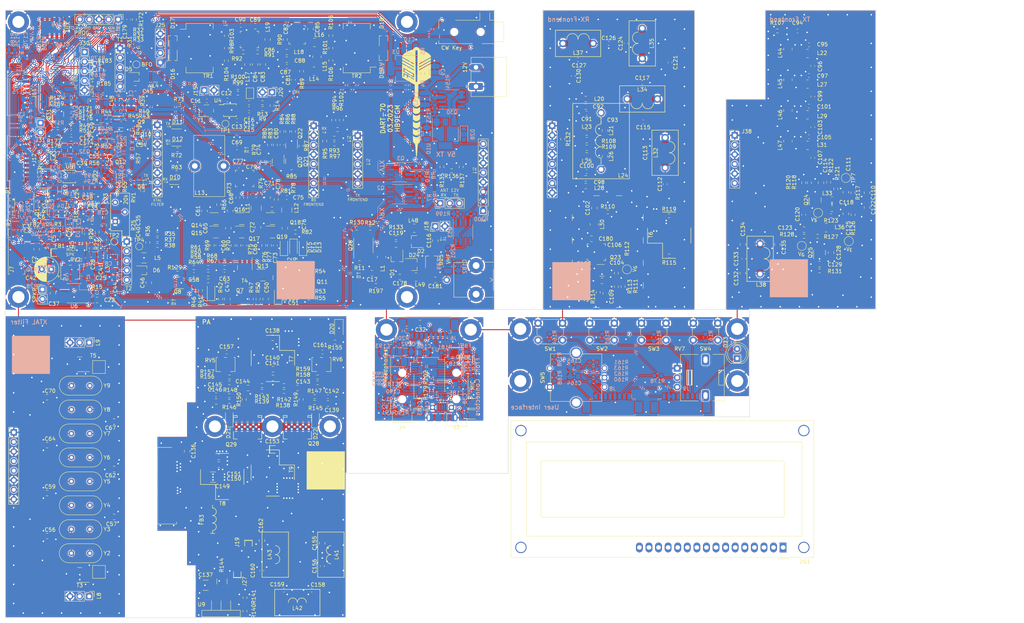
<source format=kicad_pcb>
(kicad_pcb (version 20211014) (generator pcbnew)

  (general
    (thickness 1.6)
  )

  (paper "A4")
  (title_block
    (title "DART-70 TRX")
    (date "2023-03-04")
    (rev "0")
    (company "HB9EGM")
  )

  (layers
    (0 "F.Cu" signal)
    (31 "B.Cu" signal)
    (32 "B.Adhes" user "B.Adhesive")
    (33 "F.Adhes" user "F.Adhesive")
    (34 "B.Paste" user)
    (35 "F.Paste" user)
    (36 "B.SilkS" user "B.Silkscreen")
    (37 "F.SilkS" user "F.Silkscreen")
    (38 "B.Mask" user)
    (39 "F.Mask" user)
    (40 "Dwgs.User" user "User.Drawings")
    (41 "Cmts.User" user "User.Comments")
    (42 "Eco1.User" user "User.Eco1")
    (43 "Eco2.User" user "User.Eco2")
    (44 "Edge.Cuts" user)
    (45 "Margin" user)
    (46 "B.CrtYd" user "B.Courtyard")
    (47 "F.CrtYd" user "F.Courtyard")
    (48 "B.Fab" user)
    (49 "F.Fab" user)
    (50 "User.1" user)
    (51 "User.2" user)
    (52 "User.3" user)
    (53 "User.4" user)
    (54 "User.5" user)
    (55 "User.6" user)
    (56 "User.7" user)
    (57 "User.8" user)
    (58 "User.9" user)
  )

  (setup
    (stackup
      (layer "F.SilkS" (type "Top Silk Screen"))
      (layer "F.Paste" (type "Top Solder Paste"))
      (layer "F.Mask" (type "Top Solder Mask") (thickness 0.01))
      (layer "F.Cu" (type "copper") (thickness 0.035))
      (layer "dielectric 1" (type "core") (thickness 1.51) (material "FR4") (epsilon_r 4.5) (loss_tangent 0.02))
      (layer "B.Cu" (type "copper") (thickness 0.035))
      (layer "B.Mask" (type "Bottom Solder Mask") (thickness 0.01))
      (layer "B.Paste" (type "Bottom Solder Paste"))
      (layer "B.SilkS" (type "Bottom Silk Screen"))
      (copper_finish "None")
      (dielectric_constraints no)
    )
    (pad_to_mask_clearance 0)
    (pcbplotparams
      (layerselection 0x0000130_ffffffff)
      (disableapertmacros false)
      (usegerberextensions false)
      (usegerberattributes true)
      (usegerberadvancedattributes true)
      (creategerberjobfile true)
      (svguseinch false)
      (svgprecision 6)
      (excludeedgelayer true)
      (plotframeref false)
      (viasonmask false)
      (mode 1)
      (useauxorigin false)
      (hpglpennumber 1)
      (hpglpenspeed 20)
      (hpglpendiameter 15.000000)
      (dxfpolygonmode true)
      (dxfimperialunits true)
      (dxfusepcbnewfont true)
      (psnegative false)
      (psa4output false)
      (plotreference true)
      (plotvalue true)
      (plotinvisibletext false)
      (sketchpadsonfab false)
      (subtractmaskfromsilk false)
      (outputformat 5)
      (mirror false)
      (drillshape 0)
      (scaleselection 1)
      (outputdirectory "out")
    )
  )

  (net 0 "")
  (net 1 "+12V")
  (net 2 "GND")
  (net 3 "Net-(C2-Pad1)")
  (net 4 "Net-(C3-Pad1)")
  (net 5 "+9VA")
  (net 6 "/MIC")
  (net 7 "Net-(C6-Pad2)")
  (net 8 "+5VA")
  (net 9 "Net-(C10-Pad1)")
  (net 10 "Net-(C11-Pad1)")
  (net 11 "Net-(C11-Pad2)")
  (net 12 "Net-(C14-Pad1)")
  (net 13 "Net-(C14-Pad2)")
  (net 14 "Net-(C15-Pad1)")
  (net 15 "/BFO")
  (net 16 "Net-(C16-Pad1)")
  (net 17 "Net-(C16-Pad2)")
  (net 18 "Net-(C17-Pad1)")
  (net 19 "/Antenna Switch/TX")
  (net 20 "Net-(C18-Pad1)")
  (net 21 "Net-(C18-Pad2)")
  (net 22 "Net-(C19-Pad1)")
  (net 23 "Net-(C19-Pad2)")
  (net 24 "Net-(C20-Pad1)")
  (net 25 "Net-(C20-Pad2)")
  (net 26 "Net-(C22-Pad1)")
  (net 27 "Net-(C23-Pad1)")
  (net 28 "Net-(C23-Pad2)")
  (net 29 "Net-(C25-Pad1)")
  (net 30 "Net-(C25-Pad2)")
  (net 31 "Net-(C26-Pad1)")
  (net 32 "Net-(C27-Pad1)")
  (net 33 "Net-(C27-Pad2)")
  (net 34 "Net-(C28-Pad1)")
  (net 35 "+VRX")
  (net 36 "Net-(C31-Pad1)")
  (net 37 "Net-(C33-Pad1)")
  (net 38 "/Baseband/VAGC")
  (net 39 "Net-(C37-Pad1)")
  (net 40 "Net-(C39-Pad1)")
  (net 41 "Net-(C39-Pad2)")
  (net 42 "Net-(C40-Pad2)")
  (net 43 "Net-(C41-Pad2)")
  (net 44 "Net-(C42-Pad1)")
  (net 45 "/Baseband/SPKR_OUT")
  (net 46 "Net-(C43-Pad2)")
  (net 47 "Net-(C44-Pad2)")
  (net 48 "Net-(C45-Pad1)")
  (net 49 "Net-(C45-Pad2)")
  (net 50 "Net-(C46-Pad1)")
  (net 51 "Net-(C46-Pad2)")
  (net 52 "Net-(C47-Pad1)")
  (net 53 "Net-(C47-Pad2)")
  (net 54 "Net-(C48-Pad1)")
  (net 55 "Net-(C48-Pad2)")
  (net 56 "Net-(C49-Pad1)")
  (net 57 "Net-(C49-Pad2)")
  (net 58 "Net-(C50-Pad1)")
  (net 59 "Net-(C51-Pad2)")
  (net 60 "Net-(C52-Pad1)")
  (net 61 "Net-(C53-Pad1)")
  (net 62 "Net-(C53-Pad2)")
  (net 63 "Net-(C54-Pad2)")
  (net 64 "Net-(C55-Pad1)")
  (net 65 "Net-(C55-Pad2)")
  (net 66 "Net-(C56-Pad2)")
  (net 67 "Net-(C57-Pad2)")
  (net 68 "Net-(C58-Pad1)")
  (net 69 "Net-(C59-Pad2)")
  (net 70 "Net-(C60-Pad2)")
  (net 71 "Net-(C61-Pad1)")
  (net 72 "Net-(C62-Pad2)")
  (net 73 "Net-(C63-Pad2)")
  (net 74 "Net-(C64-Pad2)")
  (net 75 "Net-(C65-Pad1)")
  (net 76 "Net-(C65-Pad2)")
  (net 77 "Net-(C66-Pad2)")
  (net 78 "Net-(C67-Pad2)")
  (net 79 "Net-(C68-Pad1)")
  (net 80 "Net-(C69-Pad1)")
  (net 81 "Net-(C69-Pad2)")
  (net 82 "Net-(C70-Pad2)")
  (net 83 "Net-(C71-Pad2)")
  (net 84 "Net-(C72-Pad1)")
  (net 85 "Net-(C72-Pad2)")
  (net 86 "Net-(C73-Pad2)")
  (net 87 "Net-(C74-Pad2)")
  (net 88 "Net-(C75-Pad2)")
  (net 89 "Net-(C76-Pad1)")
  (net 90 "Net-(C76-Pad2)")
  (net 91 "Net-(C78-Pad1)")
  (net 92 "Net-(C80-Pad1)")
  (net 93 "Net-(C80-Pad2)")
  (net 94 "Net-(C81-Pad1)")
  (net 95 "Net-(C81-Pad2)")
  (net 96 "Net-(C82-Pad1)")
  (net 97 "Net-(C82-Pad2)")
  (net 98 "Net-(C83-Pad2)")
  (net 99 "Net-(C86-Pad1)")
  (net 100 "Net-(C86-Pad2)")
  (net 101 "Net-(C87-Pad2)")
  (net 102 "Net-(C90-Pad2)")
  (net 103 "/70MHz VHF Frontend/VHF_RX")
  (net 104 "/70MHz VHF Frontend/TX_FROM_MIX")
  (net 105 "Net-(C94-Pad2)")
  (net 106 "Net-(C96-Pad2)")
  (net 107 "Net-(C100-Pad2)")
  (net 108 "Net-(C101-Pad2)")
  (net 109 "Net-(C102-Pad2)")
  (net 110 "Net-(C103-Pad1)")
  (net 111 "Net-(C104-Pad2)")
  (net 112 "Net-(C106-Pad1)")
  (net 113 "Net-(C107-Pad2)")
  (net 114 "Net-(C108-Pad1)")
  (net 115 "Net-(C109-Pad2)")
  (net 116 "/70MHz VHF Frontend/+VTX_FE")
  (net 117 "Net-(C111-Pad2)")
  (net 118 "Net-(C112-Pad1)")
  (net 119 "Net-(C112-Pad2)")
  (net 120 "Net-(C114-Pad2)")
  (net 121 "Net-(C115-Pad2)")
  (net 122 "Net-(C118-Pad2)")
  (net 123 "Net-(C120-Pad1)")
  (net 124 "Net-(C120-Pad2)")
  (net 125 "Net-(C121-Pad1)")
  (net 126 "Net-(C125-Pad2)")
  (net 127 "Net-(C126-Pad1)")
  (net 128 "Net-(C128-Pad1)")
  (net 129 "Net-(C128-Pad2)")
  (net 130 "Net-(C129-Pad1)")
  (net 131 "/70MHz VHF Frontend/RX_TO_MIX")
  (net 132 "/70MHz VHF Frontend/VHF_TX")
  (net 133 "Net-(C136-Pad2)")
  (net 134 "VGG1")
  (net 135 "Net-(C140-Pad1)")
  (net 136 "Net-(C140-Pad2)")
  (net 137 "Net-(C143-Pad1)")
  (net 138 "Net-(C143-Pad2)")
  (net 139 "Net-(C144-Pad1)")
  (net 140 "Net-(C144-Pad2)")
  (net 141 "VGG2")
  (net 142 "+3V3")
  (net 143 "/PA 70MHz/VG_5V")
  (net 144 "Net-(C155-Pad2)")
  (net 145 "Net-(C156-Pad2)")
  (net 146 "Net-(C159-Pad2)")
  (net 147 "/Control on separate board/ENC_B")
  (net 148 "/Control on separate board/ENC_A")
  (net 149 "/Control on separate board/3.3V_UI")
  (net 150 "Net-(C169-Pad1)")
  (net 151 "Net-(C171-Pad1)")
  (net 152 "Net-(C172-Pad1)")
  (net 153 "Net-(C173-Pad2)")
  (net 154 "Net-(C164-Pad2)")
  (net 155 "Net-(C176-Pad1)")
  (net 156 "Net-(C165-Pad1)")
  (net 157 "Net-(C116-Pad1)")
  (net 158 "Net-(D5-Pad1)")
  (net 159 "Net-(D5-Pad2)")
  (net 160 "Net-(D6-Pad1)")
  (net 161 "Net-(D6-Pad2)")
  (net 162 "Net-(D7-Pad2)")
  (net 163 "Net-(D8-Pad2)")
  (net 164 "Net-(C178-Pad1)")
  (net 165 "Net-(D10-Pad1)")
  (net 166 "Net-(D9-Pad2)")
  (net 167 "Net-(D11-Pad1)")
  (net 168 "Net-(D10-Pad2)")
  (net 169 "Net-(D13-Pad2)")
  (net 170 "Net-(D14-Pad2)")
  (net 171 "Net-(D15-Pad2)")
  (net 172 "Net-(D16-Pad1)")
  (net 173 "Net-(D16-Pad2)")
  (net 174 "Net-(D16-Pad3)")
  (net 175 "Net-(D17-Pad3)")
  (net 176 "Net-(D18-Pad1)")
  (net 177 "Net-(D18-Pad2)")
  (net 178 "Net-(D18-Pad3)")
  (net 179 "Net-(D19-Pad3)")
  (net 180 "Net-(D20-Pad2)")
  (net 181 "Net-(D21-Pad2)")
  (net 182 "/Control on separate board/STATUSn")
  (net 183 "Net-(D23-Pad2)")
  (net 184 "unconnected-(DS1-Pad1)")
  (net 185 "unconnected-(DS1-Pad2)")
  (net 186 "unconnected-(DS1-Pad3)")
  (net 187 "unconnected-(DS1-Pad4)")
  (net 188 "unconnected-(DS1-Pad5)")
  (net 189 "unconnected-(DS1-Pad6)")
  (net 190 "unconnected-(DS1-Pad7)")
  (net 191 "unconnected-(DS1-Pad8)")
  (net 192 "unconnected-(DS1-Pad9)")
  (net 193 "unconnected-(DS1-Pad10)")
  (net 194 "unconnected-(DS1-Pad11)")
  (net 195 "unconnected-(DS1-Pad12)")
  (net 196 "unconnected-(DS1-Pad13)")
  (net 197 "unconnected-(DS1-Pad14)")
  (net 198 "unconnected-(DS1-Pad15)")
  (net 199 "unconnected-(DS1-Pad16)")
  (net 200 "Net-(FB1-Pad2)")
  (net 201 "unconnected-(J3-PadNC)")
  (net 202 "Net-(C30-Pad2)")
  (net 203 "unconnected-(J3-PadR1)")
  (net 204 "Net-(J3-PadT)")
  (net 205 "unconnected-(J3-PadTN)")
  (net 206 "Net-(J4-PadR)")
  (net 207 "Net-(J4-PadTN)")
  (net 208 "/CW_RING")
  (net 209 "/CW_TIP")
  (net 210 "unconnected-(J5-PadTN)")
  (net 211 "Net-(C30-Pad1)")
  (net 212 "Net-(C32-Pad2)")
  (net 213 "/Baseband/SPKR_DET")
  (net 214 "Net-(J8-Pad3)")
  (net 215 "Net-(J9-Pad2)")
  (net 216 "Net-(J9-Pad3)")
  (net 217 "Net-(J9-Pad4)")
  (net 218 "Net-(J9-Pad5)")
  (net 219 "/Baseband/GPIO_XTAL")
  (net 220 "/EN_VRX")
  (net 221 "/EN_VTX")
  (net 222 "Net-(D28-Pad1)")
  (net 223 "/Baseband/CW_KEYn")
  (net 224 "/Baseband/CW_TONE")
  (net 225 "/MIC_PTT")
  (net 226 "/Baseband/SPKR_VOL")
  (net 227 "/MUTE_MICn")
  (net 228 "/SDA")
  (net 229 "/SCL")
  (net 230 "/S_METER")
  (net 231 "/Baseband/VHF_IN")
  (net 232 "/Baseband/VHF_OUT")
  (net 233 "/CLK1")
  (net 234 "Net-(J22-Pad2)")
  (net 235 "+VTX")
  (net 236 "Net-(J24-Pad2)")
  (net 237 "unconnected-(J24-Pad4)")
  (net 238 "unconnected-(J24-Pad5)")
  (net 239 "Net-(J24-Pad7)")
  (net 240 "/Control on separate board/DISP_LAT")
  (net 241 "/Control on separate board/I2C2_SDA")
  (net 242 "/Control on separate board/I2C2_SCL")
  (net 243 "/Control on separate board/PC14")
  (net 244 "/Control on separate board/PC13")
  (net 245 "Net-(C93-Pad1)")
  (net 246 "/Control on separate board/USART1_TX")
  (net 247 "/Control on separate board/USART1_RX")
  (net 248 "/Control on separate board/PB15")
  (net 249 "/Control on separate board/SWCLK")
  (net 250 "/Control on separate board/SWDIO")
  (net 251 "/Control on separate board/RESETn")
  (net 252 "/LO1")
  (net 253 "Net-(L14-Pad1)")
  (net 254 "Net-(L15-Pad1)")
  (net 255 "Net-(L19-Pad1)")
  (net 256 "Net-(L21-Pad2)")
  (net 257 "Net-(L23-Pad2)")
  (net 258 "Net-(L25-Pad2)")
  (net 259 "Net-(Q1-Pad2)")
  (net 260 "Net-(Q2-Pad4)")
  (net 261 "Net-(Q3-Pad4)")
  (net 262 "Net-(Q6-Pad1)")
  (net 263 "Net-(Q7-Pad1)")
  (net 264 "Net-(Q10-Pad1)")
  (net 265 "Net-(Q10-Pad2)")
  (net 266 "Net-(Q11-Pad1)")
  (net 267 "Net-(Q11-Pad3)")
  (net 268 "Net-(Q13-Pad1)")
  (net 269 "Net-(Q14-Pad2)")
  (net 270 "Net-(Q14-Pad3)")
  (net 271 "Net-(Q16-Pad2)")
  (net 272 "Net-(Q18-Pad2)")
  (net 273 "Net-(Q20-Pad1)")
  (net 274 "Net-(Q21-Pad1)")
  (net 275 "Net-(Q23-Pad1)")
  (net 276 "Net-(Q24-Pad4)")
  (net 277 "/70MHz VHF Frontend/+VRX_FE")
  (net 278 "Net-(Q30-Pad4)")
  (net 279 "Net-(R22-Pad2)")
  (net 280 "Net-(R23-Pad2)")
  (net 281 "Net-(R28-Pad2)")
  (net 282 "Net-(R31-Pad1)")
  (net 283 "Net-(R31-Pad2)")
  (net 284 "Net-(R35-Pad1)")
  (net 285 "Net-(R36-Pad1)")
  (net 286 "Net-(R93-Pad1)")
  (net 287 "Net-(R103-Pad2)")
  (net 288 "Net-(R104-Pad2)")
  (net 289 "Net-(R100-Pad1)")
  (net 290 "Net-(R101-Pad1)")
  (net 291 "Net-(R111-Pad2)")
  (net 292 "Net-(R140-Pad1)")
  (net 293 "Net-(J27-Pad1)")
  (net 294 "Net-(R157-Pad1)")
  (net 295 "Net-(R159-Pad1)")
  (net 296 "Net-(R160-Pad1)")
  (net 297 "Net-(R161-Pad2)")
  (net 298 "/Control on separate board/BTN0")
  (net 299 "/Control on separate board/BTN1")
  (net 300 "/Control on separate board/BTN2")
  (net 301 "/Control on separate board/BTN3")
  (net 302 "Net-(R168-Pad1)")
  (net 303 "/Control on separate board/ENC_BTN")
  (net 304 "/Control on separate board/XTAL1")
  (net 305 "/Control on separate board/XTAL2")
  (net 306 "/Control on separate board/PWM_CW")
  (net 307 "/Control on separate board/MUTE_SPKR")
  (net 308 "Net-(R178-Pad2)")
  (net 309 "/Control on separate board/BOOT0")
  (net 310 "/Control on separate board/BOOT1")
  (net 311 "unconnected-(T3-Pad2)")
  (net 312 "unconnected-(T5-Pad2)")
  (net 313 "unconnected-(TR1-Pad10)")
  (net 314 "unconnected-(TR1-Pad15)")
  (net 315 "unconnected-(TR2-Pad10)")
  (net 316 "unconnected-(TR2-Pad15)")
  (net 317 "Net-(U4-Pad3)")
  (net 318 "Net-(D23-Pad1)")
  (net 319 "Net-(D22-Pad2)")
  (net 320 "unconnected-(T4-Pad2)")
  (net 321 "/Antenna Switch/RX")
  (net 322 "Net-(C38-Pad1)")
  (net 323 "Net-(L22-Pad2)")
  (net 324 "Net-(L27-Pad2)")
  (net 325 "Net-(L29-Pad2)")
  (net 326 "Net-(L31-Pad2)")
  (net 327 "unconnected-(U11-Pad1)")
  (net 328 "Net-(C119-Pad1)")
  (net 329 "/Antenna Switch/ANT")
  (net 330 "/Antenna Switch/V_{PIN}")
  (net 331 "Net-(Q26-Pad5)")
  (net 332 "Net-(Q26-Pad7)")
  (net 333 "/TX_to_PA")
  (net 334 "/Baseband/AGC_to_METER")
  (net 335 "Net-(C136-Pad1)")
  (net 336 "/PA 70MHz/V_{DD}")
  (net 337 "Net-(C154-Pad1)")
  (net 338 "Net-(C137-Pad1)")
  (net 339 "Net-(C181-Pad2)")
  (net 340 "Net-(FB3-Pad1)")
  (net 341 "Net-(J16-Pad5)")
  (net 342 "Net-(C162-Pad2)")
  (net 343 "Net-(J8-Pad2)")
  (net 344 "Net-(J8-Pad5)")
  (net 345 "Net-(Q1-Pad4)")
  (net 346 "Net-(C148-Pad2)")
  (net 347 "Net-(Q28-Pad1)")
  (net 348 "Net-(Q29-Pad1)")
  (net 349 "Net-(C147-Pad2)")
  (net 350 "Net-(C163-Pad1)")
  (net 351 "Net-(C163-Pad2)")
  (net 352 "Net-(C177-Pad2)")
  (net 353 "Net-(J7-Pad4)")
  (net 354 "Net-(Q27-Pad1)")
  (net 355 "Net-(Q32-Pad1)")
  (net 356 "Net-(C182-Pad2)")
  (net 357 "/VOX_PTTn")
  (net 358 "Net-(D11-Pad2)")
  (net 359 "/EN_PA")
  (net 360 "Net-(JP2-Pad2)")
  (net 361 "Net-(Q33-Pad4)")
  (net 362 "Net-(Q33-Pad5)")
  (net 363 "unconnected-(D1-Pad2)")
  (net 364 "unconnected-(D2-Pad2)")
  (net 365 "unconnected-(D24-Pad2)")
  (net 366 "unconnected-(D25-Pad2)")
  (net 367 "unconnected-(U7-Pad24)")
  (net 368 "unconnected-(U7-Pad25)")
  (net 369 "unconnected-(U7-Pad28)")
  (net 370 "/USB Audio/AF_OUT_L")
  (net 371 "/USB Audio/AF_IN")
  (net 372 "Net-(C183-Pad2)")
  (net 373 "Net-(C184-Pad2)")
  (net 374 "/USB Audio/VCC")
  (net 375 "/USB Audio/VDD")
  (net 376 "Net-(C190-Pad2)")
  (net 377 "/USB Audio/AF_OUT_R")
  (net 378 "Net-(C191-Pad2)")
  (net 379 "/USB Audio/XTI")
  (net 380 "/USB Audio/XTO")
  (net 381 "Net-(J2-Pad1)")
  (net 382 "/USB Audio/USB_DM")
  (net 383 "/USB Audio/USB_DP")
  (net 384 "Net-(J2-Pad4)")
  (net 385 "Net-(R181-Pad2)")
  (net 386 "Net-(R182-Pad2)")
  (net 387 "Net-(R203-Pad2)")
  (net 388 "Net-(R204-Pad2)")
  (net 389 "Net-(R205-Pad2)")
  (net 390 "/Control on separate board/USB_DM")
  (net 391 "/Control on separate board/USB_DP")
  (net 392 "Net-(U11-Pad32)")
  (net 393 "Net-(U11-Pad33)")

  (footprint "Capacitor_SMD:C_0603_1608Metric_Pad1.08x0.95mm_HandSolder" (layer "F.Cu") (at 30.48 52.832 180))

  (footprint "Resistor_SMD:R_0603_1608Metric_Pad0.98x0.95mm_HandSolder" (layer "F.Cu") (at 224.663 66.167 -90))

  (footprint "Crystal:Crystal_HC49-U_Vertical" (layer "F.Cu") (at 30.531 145.41))

  (footprint "Resistor_SMD:R_0603_1608Metric_Pad0.98x0.95mm_HandSolder" (layer "F.Cu") (at 72.42 119.228))

  (footprint "Resistor_SMD:R_0603_1608Metric_Pad0.98x0.95mm_HandSolder" (layer "F.Cu") (at 89.916 79.248))

  (footprint "Package_SO:MSOP-10_3x3mm_P0.5mm" (layer "F.Cu") (at 29.972 64.516))

  (footprint "mpb:four_4mm_pads_narrow" (layer "F.Cu") (at 83.85 112.624 -90))

  (footprint "Potentiometer_SMD:Potentiometer_Bourns_3214W_Vertical" (layer "F.Cu") (at 23.368 65.024 -90))

  (footprint "Potentiometer_SMD:Potentiometer_Bourns_3214W_Vertical" (layer "F.Cu") (at 26.67 72.898 180))

  (footprint "Resistor_SMD:R_0603_1608Metric_Pad0.98x0.95mm_HandSolder" (layer "F.Cu") (at 237.744 74.676 90))

  (footprint "Capacitor_SMD:C_0603_1608Metric_Pad1.08x0.95mm_HandSolder" (layer "F.Cu") (at 183.896 58.42 -90))

  (footprint "Resistor_SMD:R_0603_1608Metric_Pad0.98x0.95mm_HandSolder" (layer "F.Cu") (at 59.0785 45.466))

  (footprint "Capacitor_SMD:C_0603_1608Metric_Pad1.08x0.95mm_HandSolder" (layer "F.Cu") (at 42.672 44.45 90))

  (footprint "Resistor_SMD:R_0603_1608Metric_Pad0.98x0.95mm_HandSolder" (layer "F.Cu") (at 228.346 80.391 180))

  (footprint "Capacitor_SMD:C_0805_2012Metric_Pad1.18x1.45mm_HandSolder" (layer "F.Cu") (at 83.977 115.672))

  (footprint "Capacitor_SMD:C_0805_2012Metric_Pad1.18x1.45mm_HandSolder" (layer "F.Cu") (at 83.9555 117.958))

  (footprint "Diode_SMD:D_SOD-123F" (layer "F.Cu") (at 86.868 83.312 90))

  (footprint "Resistor_SMD:R_0603_1608Metric_Pad0.98x0.95mm_HandSolder" (layer "F.Cu") (at 48.514 32.507 180))

  (footprint "mpb:PLD-1.5W" (layer "F.Cu") (at 77.246 130.912))

  (footprint "Capacitor_SMD:C_0805_2012Metric_Pad1.18x1.45mm_HandSolder" (layer "F.Cu") (at 61.214 137.414 -90))

  (footprint "Capacitor_SMD:C_0805_2012Metric_Pad1.18x1.45mm_HandSolder" (layer "F.Cu") (at 208.534 82.55 -90))

  (footprint "Inductor_SMD:L_1008_2520Metric_Pad1.43x2.20mm_HandSolder" (layer "F.Cu") (at 220.472 30.734 90))

  (footprint "Package_TO_SOT_SMD:SOT-23" (layer "F.Cu") (at 58.674 92.71 180))

  (footprint "MountingHole:MountingHole_3.2mm_M3_DIN965_Pad" (layer "F.Cu") (at 149.536 104.956))

  (footprint "Resistor_SMD:R_0603_1608Metric_Pad0.98x0.95mm_HandSolder" (layer "F.Cu") (at 46.6575 52.07 90))

  (footprint "TestPoint:TestPoint_Pad_3.0x3.0mm" (layer "F.Cu") (at 37.846 169.418))

  (footprint "Capacitor_SMD:C_0805_2012Metric_Pad1.18x1.45mm_HandSolder" (layer "F.Cu") (at 168.402 81.026 180))

  (footprint "Inductor_SMD:L_1008_2520Metric_Pad1.43x2.20mm_HandSolder" (layer "F.Cu") (at 94.957 28.956))

  (footprint "Connector_PinHeader_1.27mm:PinHeader_2x05_P1.27mm_Vertical_SMD" (layer "F.Cu") (at 25.4 24.892 90))

  (footprint "Capacitor_SMD:C_0805_2012Metric_Pad1.18x1.45mm_HandSolder" (layer "F.Cu") (at 97.028 161.798 90))

  (footprint "Capacitor_SMD:C_0603_1608Metric_Pad1.08x0.95mm_HandSolder" (layer "F.Cu") (at 40.8155 51.562 90))

  (footprint "Connector_Phoenix_MC_HighVoltage:PhoenixContact_MC_1,5_2-G-5.08_1x02_P5.08mm_Horizontal" (layer "F.Cu") (at 137.7835 40.64 90))

  (footprint "Inductor_SMD:L_1008_2520Metric_Pad1.43x2.20mm_HandSolder" (layer "F.Cu") (at 220.472 55.118 90))

  (footprint "Connector_PinHeader_2.54mm:PinHeader_1x03_P2.54mm_Vertical" (layer "F.Cu") (at 128.285 71.628 90))

  (footprint "Capacitor_SMD:C_0805_2012Metric_Pad1.18x1.45mm_HandSolder" (layer "F.Cu") (at 82.042 97.028 -90))

  (footprint "Capacitor_SMD:C_0603_1608Metric_Pad1.08x0.95mm_HandSolder" (layer "F.Cu") (at 89.408 38.862 90))

  (footprint "Resistor_SMD:R_0603_1608Metric_Pad0.98x0.95mm_HandSolder" (layer "F.Cu") (at 39.7995 48.768))

  (footprint "Inductor_SMD:L_0805_2012Metric_Pad1.15x1.40mm_HandSolder" (layer "F.Cu") (at 167.132 52.832 180))

  (footprint "TestPoint:TestPoint_Pad_D2.0mm" (layer "F.Cu") (at 236.601 81.661 -90))

  (footprint "Resistor_SMD:R_0603_1608Metric_Pad0.98x0.95mm_HandSolder" (layer "F.Cu") (at 72.39 124.206 180))

  (footprint "Package_TO_SOT_SMD:SOT-323_SC-70_Handsoldering" (layer "F.Cu") (at 57.404 27.9185 90))

  (footprint "Resistor_SMD:R_0603_1608Metric_Pad0.98x0.95mm_HandSolder" (layer "F.Cu") (at 76.543 179.822 -90))

  (footprint "Resistor_SMD:R_0603_1608Metric_Pad0.98x0.95mm_HandSolder" (layer "F.Cu") (at 74.676 70.104 -90))

  (footprint "Capacitor_SMD:C_0603_1608Metric_Pad1.08x0.95mm_HandSolder" (layer "F.Cu") (at 76.454 82.804 90))

  (footprint "Potentiometer_SMD:Potentiometer_Bourns_3214W_Vertical" (layer "F.Cu") (at 96.804 114.402))

  (footprint "Capacitor_SMD:C_0805_2012Metric_Pad1.18x1.45mm_HandSolder" (layer "F.Cu") (at 241.427 68.834 90))

  (footprint "Capacitor_SMD:C_0805_2012Metric_Pad1.18x1.45mm_HandSolder" (layer "F.Cu") (at 41.871 129.535 180))

  (footprint "Capacitor_SMD:C_0805_2012Metric_Pad1.18x1.45mm_HandSolder" (layer "F.Cu") (at 79.248 34.798 -90))

  (footprint "Crystal:Crystal_HC49-U_Vertical" (layer "F.Cu") (at 35.431 120.01 180))

  (footprint "Jumper:SolderJumper-2_P1.3mm_Open_TrianglePad1.0x1.5mm" (layer "F.Cu") (at 77.8775 42.418 90))

  (footprint "Capacitor_SMD:C_0805_2012Metric_Pad1.18x1.45mm_HandSolder" (layer "F.Cu") (at 232.156 73.025 180))

  (footprint "Resistor_SMD:R_0603_1608Metric_Pad0.98x0.95mm_HandSolder" (layer "F.Cu") (at 89.408 52.578 -90))

  (footprint "Resistor_SMD:R_0603_1608Metric_Pad0.98x0.95mm_HandSolder" (layer "F.Cu") (at 228.854 89.535 180))

  (footprint "Resistor_SMD:R_0603_1608Metric_Pad0.98x0.95mm_HandSolder" (layer "F.Cu") (at 231.902 74.93))

  (footprint "Capacitor_SMD:C_0805_2012Metric_Pad1.18x1.45mm_HandSolder" (layer "F.Cu")
    (tedit 5F68FEEF) (tstamp 1bafce3e-a05c-40ee-9ab1-dbf1bce75a0d)
    (at 241.427 72.771 -90)
    (descr "Capacitor SMD 0805 (2012 Metric), square (rectangular) end terminal, IPC_7351 nominal with elongated pad for handsoldering. (Body size source: IPC-SM-782 page 76, https://www.pcb-3d.com/wordpress/wp-content/uploads/ipc-sm-782a_amendment_1_and_2.pdf, https://docs.google.com/spreadsheets/d/1BsfQQcO9C6DZCsRaXUlFlo91Tg2WpOkGARC1WS5S8t0/edit?usp=sharing), generated with kicad-footprint-generator")
    (tags "capacitor handsolder")
    (property "MPN" "VJ0805A103KXJTBC")
    (property "Need_order" "0")
    (property "Sheetfile" "frontend_70.kicad_sch")
    (property "Sheetname" "70MHz VHF Frontend")
    (path "/8cbb5345-c7a6-41b7-8a2a-794c3d5f0f34/993db2c0-eaca-475f-914a-6dcd5e59646b")
    (attr smd)
    (fp_text reference "C122" (at 0 -1.68 9
... [6906380 chars truncated]
</source>
